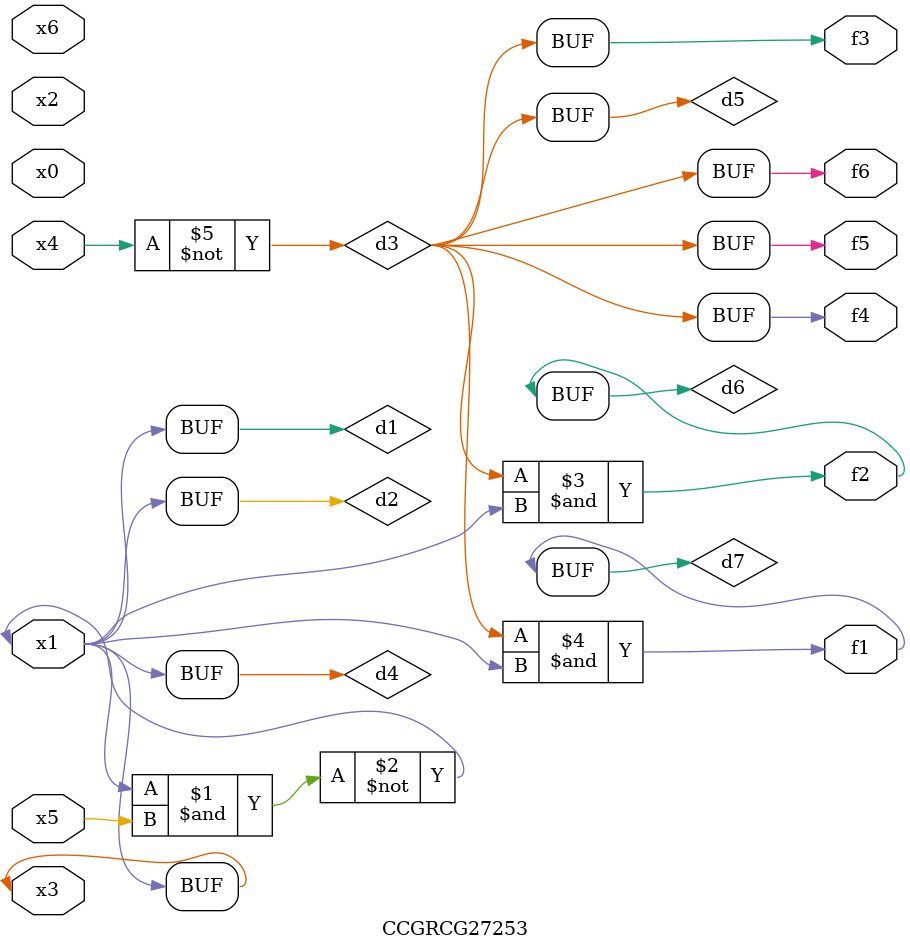
<source format=v>
module CCGRCG27253(
	input x0, x1, x2, x3, x4, x5, x6,
	output f1, f2, f3, f4, f5, f6
);

	wire d1, d2, d3, d4, d5, d6, d7;

	buf (d1, x1, x3);
	nand (d2, x1, x5);
	not (d3, x4);
	buf (d4, d1, d2);
	buf (d5, d3);
	and (d6, d3, d4);
	and (d7, d3, d4);
	assign f1 = d7;
	assign f2 = d6;
	assign f3 = d5;
	assign f4 = d5;
	assign f5 = d5;
	assign f6 = d5;
endmodule

</source>
